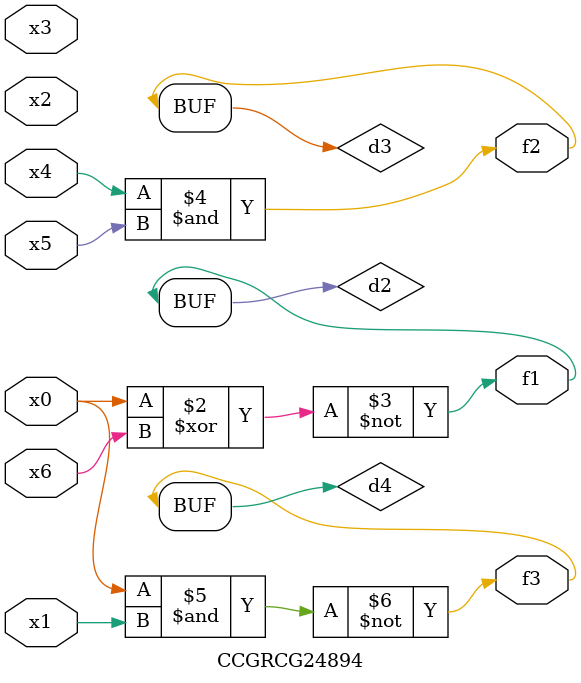
<source format=v>
module CCGRCG24894(
	input x0, x1, x2, x3, x4, x5, x6,
	output f1, f2, f3
);

	wire d1, d2, d3, d4;

	nor (d1, x0);
	xnor (d2, x0, x6);
	and (d3, x4, x5);
	nand (d4, x0, x1);
	assign f1 = d2;
	assign f2 = d3;
	assign f3 = d4;
endmodule

</source>
